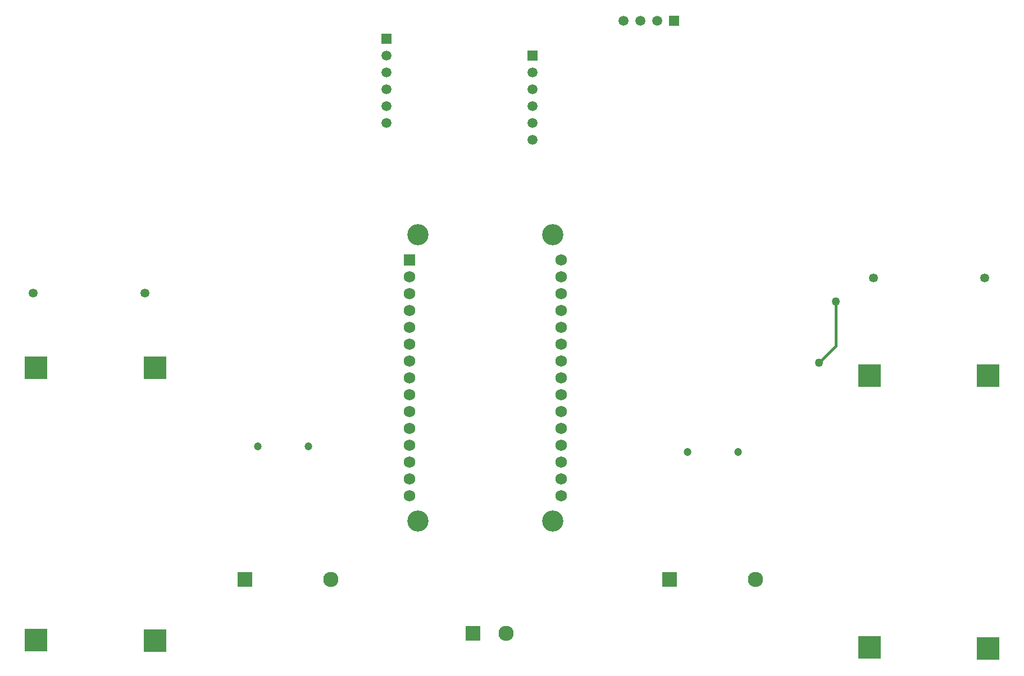
<source format=gtl>
G04*
G04 #@! TF.GenerationSoftware,Altium Limited,Altium Designer,24.1.2 (44)*
G04*
G04 Layer_Physical_Order=1*
G04 Layer_Color=255*
%FSLAX44Y44*%
%MOMM*%
G71*
G04*
G04 #@! TF.SameCoordinates,E0F3E5AA-E928-4F3E-A3F1-0B3BCF619B82*
G04*
G04*
G04 #@! TF.FilePolarity,Positive*
G04*
G01*
G75*
%ADD28C,0.4000*%
%ADD29R,1.5000X1.5000*%
%ADD30C,1.5000*%
%ADD31C,3.2000*%
%ADD32C,1.7526*%
%ADD33R,1.7526X1.7526*%
%ADD34C,1.3500*%
%ADD35R,2.3000X2.3000*%
%ADD36C,2.3000*%
%ADD37C,1.2000*%
%ADD38R,3.5000X3.5000*%
%ADD39R,1.5000X1.5000*%
%ADD40C,1.2700*%
D28*
X491720Y137160D02*
X494030Y139470D01*
X1226820Y463550D02*
X1252220Y488950D01*
Y554990D01*
D29*
X795020Y927100D02*
D03*
X575310Y952500D02*
D03*
D30*
X795020Y901700D02*
D03*
Y876300D02*
D03*
Y850900D02*
D03*
Y825500D02*
D03*
Y800100D02*
D03*
X575310Y927100D02*
D03*
Y901700D02*
D03*
Y876300D02*
D03*
Y850900D02*
D03*
Y825500D02*
D03*
X982980Y979170D02*
D03*
X957580D02*
D03*
X932180D02*
D03*
D31*
X622300Y224790D02*
D03*
X825500D02*
D03*
Y656590D02*
D03*
X622300D02*
D03*
D32*
X838200Y262890D02*
D03*
Y288290D02*
D03*
Y313690D02*
D03*
Y339090D02*
D03*
Y364490D02*
D03*
Y389890D02*
D03*
Y415290D02*
D03*
Y440690D02*
D03*
Y466090D02*
D03*
Y491490D02*
D03*
Y516890D02*
D03*
Y542290D02*
D03*
Y567690D02*
D03*
Y593090D02*
D03*
Y618490D02*
D03*
X609600Y262890D02*
D03*
Y288290D02*
D03*
Y313690D02*
D03*
Y339090D02*
D03*
Y364490D02*
D03*
Y389890D02*
D03*
Y415290D02*
D03*
Y440690D02*
D03*
Y466090D02*
D03*
Y491490D02*
D03*
Y516890D02*
D03*
Y542290D02*
D03*
Y567690D02*
D03*
Y593090D02*
D03*
D33*
Y618490D02*
D03*
D34*
X1309190Y591820D02*
D03*
X1477190D02*
D03*
X43000Y568960D02*
D03*
X211000D02*
D03*
D35*
X1001800Y137160D02*
D03*
X361720D02*
D03*
X705250Y55880D02*
D03*
D36*
X1131800Y137160D02*
D03*
X491720D02*
D03*
X755250Y55880D02*
D03*
D37*
X457200Y337820D02*
D03*
X381000D02*
D03*
X1028700Y328930D02*
D03*
X1104900D02*
D03*
D38*
X1303020Y444500D02*
D03*
X1482090D02*
D03*
Y33020D02*
D03*
X1303020Y34290D02*
D03*
X46990Y455930D02*
D03*
X226060D02*
D03*
Y44450D02*
D03*
X46990Y45720D02*
D03*
D39*
X1008380Y979170D02*
D03*
D40*
X1252220Y556260D02*
D03*
X1226820Y463550D02*
D03*
M02*

</source>
